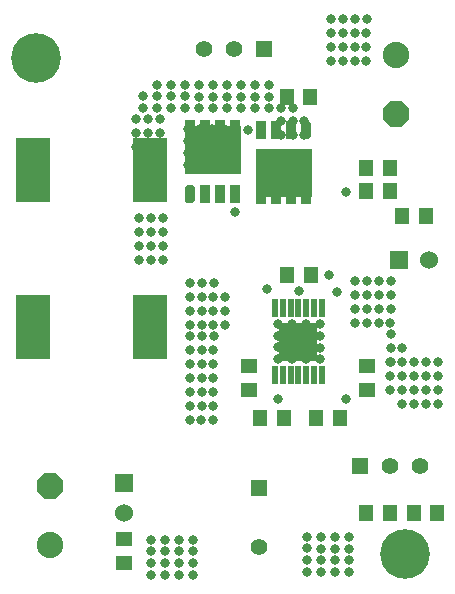
<source format=gts>
G04*
G04 #@! TF.GenerationSoftware,Altium Limited,Altium Designer,21.6.4 (81)*
G04*
G04 Layer_Color=8388736*
%FSLAX44Y44*%
%MOMM*%
G71*
G04*
G04 #@! TF.SameCoordinates,349311D0-8F54-414D-B441-84A76E2CFB74*
G04*
G04*
G04 #@! TF.FilePolarity,Negative*
G04*
G01*
G75*
%ADD20R,2.8956X5.4102*%
%ADD23R,0.5588X1.6256*%
%ADD24R,3.3020X3.2004*%
%ADD25R,1.2032X1.4532*%
%ADD26R,1.4532X1.2032*%
G04:AMPARAMS|DCode=27|XSize=1.5752mm|YSize=0.9132mm|CornerRadius=0mm|HoleSize=0mm|Usage=FLASHONLY|Rotation=270.000|XOffset=0mm|YOffset=0mm|HoleType=Round|Shape=Octagon|*
%AMOCTAGOND27*
4,1,8,-0.2283,-0.7876,0.2283,-0.7876,0.4566,-0.5593,0.4566,0.5593,0.2283,0.7876,-0.2283,0.7876,-0.4566,0.5593,-0.4566,-0.5593,-0.2283,-0.7876,0.0*
%
%ADD27OCTAGOND27*%

%ADD28R,0.9132X1.5752*%
%ADD29R,0.9132X0.7932*%
%ADD30R,4.7232X4.0532*%
%ADD31R,1.4032X1.4032*%
%ADD32C,1.4032*%
%ADD33R,1.5240X1.5240*%
%ADD34C,1.5240*%
%ADD35R,1.5240X1.5240*%
%ADD36C,1.4212*%
%ADD37R,1.4212X1.4212*%
%ADD38C,2.2352*%
%ADD39P,2.4194X8X22.5*%
%ADD40C,0.8032*%
%ADD41C,4.2032*%
D20*
X136530Y365750D02*
D03*
X37470D02*
D03*
X136530Y233250D02*
D03*
X37470D02*
D03*
D23*
X242442Y192302D02*
D03*
X249046D02*
D03*
X255396D02*
D03*
X262000D02*
D03*
X268604D02*
D03*
X274954D02*
D03*
X281558D02*
D03*
Y249198D02*
D03*
X274954D02*
D03*
X268604D02*
D03*
X262000D02*
D03*
X255396D02*
D03*
X249046D02*
D03*
X242442D02*
D03*
D24*
X262000Y220750D02*
D03*
D25*
X252500Y277500D02*
D03*
X272500D02*
D03*
X379500Y75750D02*
D03*
X359500D02*
D03*
X339500D02*
D03*
X319500D02*
D03*
X272000Y428250D02*
D03*
X252000D02*
D03*
X370000Y327500D02*
D03*
X350000D02*
D03*
X229500Y155750D02*
D03*
X249500D02*
D03*
X297000Y155750D02*
D03*
X277000D02*
D03*
X339500Y348250D02*
D03*
X319500D02*
D03*
X339500Y368250D02*
D03*
X319500D02*
D03*
D26*
X220000Y200000D02*
D03*
Y180000D02*
D03*
X114500Y53750D02*
D03*
Y33750D02*
D03*
X320000Y180000D02*
D03*
Y200000D02*
D03*
D27*
X170450Y346140D02*
D03*
X268550Y400360D02*
D03*
D28*
X195850Y346140D02*
D03*
X183150D02*
D03*
X208550D02*
D03*
X230450Y400360D02*
D03*
X255850D02*
D03*
X243150D02*
D03*
D29*
X170450Y405400D02*
D03*
X183150D02*
D03*
X195850D02*
D03*
X208550D02*
D03*
X230450Y341100D02*
D03*
X243150D02*
D03*
X255850D02*
D03*
X268550D02*
D03*
D30*
X189500Y383250D02*
D03*
X249500Y363250D02*
D03*
D31*
X228500Y96750D02*
D03*
D32*
Y46750D02*
D03*
D33*
X347300Y290000D02*
D03*
D34*
X372700D02*
D03*
X114500Y75550D02*
D03*
D35*
Y100950D02*
D03*
D36*
X364900Y115750D02*
D03*
X339500D02*
D03*
X181600Y468250D02*
D03*
X207000D02*
D03*
D37*
X314100Y115750D02*
D03*
X232400Y468250D02*
D03*
D38*
X52000Y48250D02*
D03*
X344500Y463250D02*
D03*
D39*
X52000Y98250D02*
D03*
X344500Y413250D02*
D03*
D40*
X130146Y428580D02*
D03*
X165764Y438470D02*
D03*
Y428470D02*
D03*
Y418470D02*
D03*
X153891D02*
D03*
Y428470D02*
D03*
Y438470D02*
D03*
X142018Y418470D02*
D03*
Y428470D02*
D03*
Y438470D02*
D03*
X130146Y418580D02*
D03*
X165764Y428470D02*
D03*
X201382Y438360D02*
D03*
Y428360D02*
D03*
Y418360D02*
D03*
X189509D02*
D03*
Y428360D02*
D03*
Y438360D02*
D03*
X177637Y418360D02*
D03*
Y428360D02*
D03*
Y438360D02*
D03*
X165764Y418470D02*
D03*
Y438470D02*
D03*
X219403Y400359D02*
D03*
X126890Y290132D02*
D03*
X235000Y265000D02*
D03*
X262465Y263801D02*
D03*
X295000Y262500D02*
D03*
X360000Y203755D02*
D03*
X350000D02*
D03*
X340000D02*
D03*
Y215627D02*
D03*
X350000D02*
D03*
X340000Y227500D02*
D03*
X350000Y215627D02*
D03*
X349890Y180009D02*
D03*
X339890D02*
D03*
Y191882D02*
D03*
X349890D02*
D03*
X359890D02*
D03*
X339890Y203755D02*
D03*
X349890D02*
D03*
X359890D02*
D03*
X340000Y215627D02*
D03*
X329890Y236882D02*
D03*
X320000Y272500D02*
D03*
X330000D02*
D03*
X340000D02*
D03*
Y260627D02*
D03*
X330000D02*
D03*
X320000D02*
D03*
X340000Y248755D02*
D03*
X330000D02*
D03*
X320000D02*
D03*
X339890Y236882D02*
D03*
X319890D02*
D03*
D03*
X310000Y272500D02*
D03*
X320000D02*
D03*
X330000D02*
D03*
Y260627D02*
D03*
X320000D02*
D03*
X310000D02*
D03*
X330000Y248755D02*
D03*
X320000D02*
D03*
X310000D02*
D03*
X329890Y236882D02*
D03*
X309890D02*
D03*
X179890Y154382D02*
D03*
X170000Y190000D02*
D03*
X180000D02*
D03*
X190000D02*
D03*
Y178127D02*
D03*
X180000D02*
D03*
X170000D02*
D03*
X190000Y166255D02*
D03*
X180000D02*
D03*
X170000D02*
D03*
X189890Y154382D02*
D03*
X169890D02*
D03*
X180110Y225618D02*
D03*
X190000Y190000D02*
D03*
X180000D02*
D03*
X170000D02*
D03*
Y201873D02*
D03*
X180000D02*
D03*
X190000D02*
D03*
X170000Y213745D02*
D03*
X180000D02*
D03*
X190000D02*
D03*
X170110Y225618D02*
D03*
X190110D02*
D03*
X302500Y172500D02*
D03*
Y347500D02*
D03*
X287500Y277500D02*
D03*
X267000Y395750D02*
D03*
X190000Y258745D02*
D03*
X180000Y246873D02*
D03*
X180110Y270618D02*
D03*
X190000Y246873D02*
D03*
X190110Y270618D02*
D03*
X200000Y246873D02*
D03*
Y258745D02*
D03*
X180000Y258745D02*
D03*
X256783Y235808D02*
D03*
X256783Y225808D02*
D03*
X268655Y235808D02*
D03*
X280528Y225808D02*
D03*
Y215808D02*
D03*
X256783D02*
D03*
X280528Y235808D02*
D03*
X244910Y225918D02*
D03*
X268655Y225808D02*
D03*
X244910Y235918D02*
D03*
X244910Y215918D02*
D03*
X268655Y215808D02*
D03*
X280528Y205808D02*
D03*
X256783D02*
D03*
X244910Y205918D02*
D03*
X268655Y205808D02*
D03*
X170110Y270618D02*
D03*
X146890Y313877D02*
D03*
X136890Y302005D02*
D03*
X146890Y290132D02*
D03*
Y302005D02*
D03*
X170000Y246873D02*
D03*
X136890Y290132D02*
D03*
X126890Y302005D02*
D03*
X170000Y258745D02*
D03*
X126890Y313877D02*
D03*
X136890D02*
D03*
X180000Y235000D02*
D03*
X208511Y330768D02*
D03*
X190000Y235000D02*
D03*
X200000Y235000D02*
D03*
X370000Y203755D02*
D03*
X379890Y191882D02*
D03*
X369890Y191882D02*
D03*
X380000Y203755D02*
D03*
X209500Y400750D02*
D03*
X232000Y378250D02*
D03*
X199175Y400750D02*
D03*
Y380750D02*
D03*
Y390750D02*
D03*
X209500Y380750D02*
D03*
Y390750D02*
D03*
X225127Y438250D02*
D03*
Y418250D02*
D03*
X237000D02*
D03*
Y428250D02*
D03*
X225127D02*
D03*
X237000Y438250D02*
D03*
X201382Y428360D02*
D03*
Y418360D02*
D03*
X213255Y428250D02*
D03*
Y418250D02*
D03*
Y438250D02*
D03*
X250750Y378250D02*
D03*
X257000Y407623D02*
D03*
Y395750D02*
D03*
X247000Y407623D02*
D03*
X247000Y418250D02*
D03*
X247000Y395750D02*
D03*
X241375Y378250D02*
D03*
X289610Y493868D02*
D03*
X127000Y325750D02*
D03*
X299610Y493868D02*
D03*
X241375Y370750D02*
D03*
X250750D02*
D03*
X232000D02*
D03*
X309500Y458250D02*
D03*
X201382Y438360D02*
D03*
X209500Y370750D02*
D03*
X188849Y400750D02*
D03*
X199175Y370750D02*
D03*
X232000Y355750D02*
D03*
X250750Y348250D02*
D03*
X241375Y355750D02*
D03*
Y363250D02*
D03*
X269500Y355750D02*
D03*
X232000Y363250D02*
D03*
Y348250D02*
D03*
X241375D02*
D03*
X260125D02*
D03*
Y363250D02*
D03*
X269500Y348250D02*
D03*
Y363250D02*
D03*
X250750Y355750D02*
D03*
X260125D02*
D03*
X250750Y363250D02*
D03*
X319500Y458250D02*
D03*
Y481996D02*
D03*
Y470123D02*
D03*
X309500Y481996D02*
D03*
X309610Y493868D02*
D03*
X309500Y470123D02*
D03*
X148873Y43140D02*
D03*
X269500Y45750D02*
D03*
X172618Y53140D02*
D03*
X269500Y35750D02*
D03*
X160746Y43140D02*
D03*
X160746Y53140D02*
D03*
X148873Y33140D02*
D03*
X172618D02*
D03*
X160746D02*
D03*
X172618Y43140D02*
D03*
X188849Y390750D02*
D03*
Y370750D02*
D03*
Y380750D02*
D03*
X178524Y390750D02*
D03*
Y370750D02*
D03*
Y380750D02*
D03*
X168199Y370750D02*
D03*
X160746Y23140D02*
D03*
X137000Y23250D02*
D03*
X147000Y325750D02*
D03*
X137000Y43250D02*
D03*
Y325750D02*
D03*
X178524Y400750D02*
D03*
X172618Y23140D02*
D03*
X148873D02*
D03*
X137000Y33250D02*
D03*
X305118Y25640D02*
D03*
Y45640D02*
D03*
X293246D02*
D03*
Y35640D02*
D03*
Y25640D02*
D03*
X305118Y35640D02*
D03*
X170000Y235000D02*
D03*
X148873Y53140D02*
D03*
X137000Y53250D02*
D03*
X369890Y180009D02*
D03*
X379890Y180009D02*
D03*
Y168136D02*
D03*
X359890Y180009D02*
D03*
X281373Y35640D02*
D03*
Y45640D02*
D03*
X281373Y55640D02*
D03*
X269500Y55750D02*
D03*
X289500Y481996D02*
D03*
Y458250D02*
D03*
Y470123D02*
D03*
X299500D02*
D03*
X267000Y407623D02*
D03*
X260125Y378250D02*
D03*
X257000Y418250D02*
D03*
X260125Y370750D02*
D03*
X269500D02*
D03*
X299500Y481996D02*
D03*
X269500Y378250D02*
D03*
X299500Y458250D02*
D03*
X134500Y385750D02*
D03*
Y409496D02*
D03*
X124500Y397623D02*
D03*
Y385750D02*
D03*
X144500Y409496D02*
D03*
Y397623D02*
D03*
Y385750D02*
D03*
X168199Y380750D02*
D03*
X134500Y397623D02*
D03*
X168199Y400750D02*
D03*
X124500Y409496D02*
D03*
X168199Y390750D02*
D03*
X305118Y55640D02*
D03*
X293246D02*
D03*
X359890Y168136D02*
D03*
X349890D02*
D03*
X319610Y493868D02*
D03*
X281373Y25640D02*
D03*
X245000Y172500D02*
D03*
X269500Y25750D02*
D03*
X369890Y168136D02*
D03*
D41*
X352000Y40750D02*
D03*
X39500Y460750D02*
D03*
M02*

</source>
